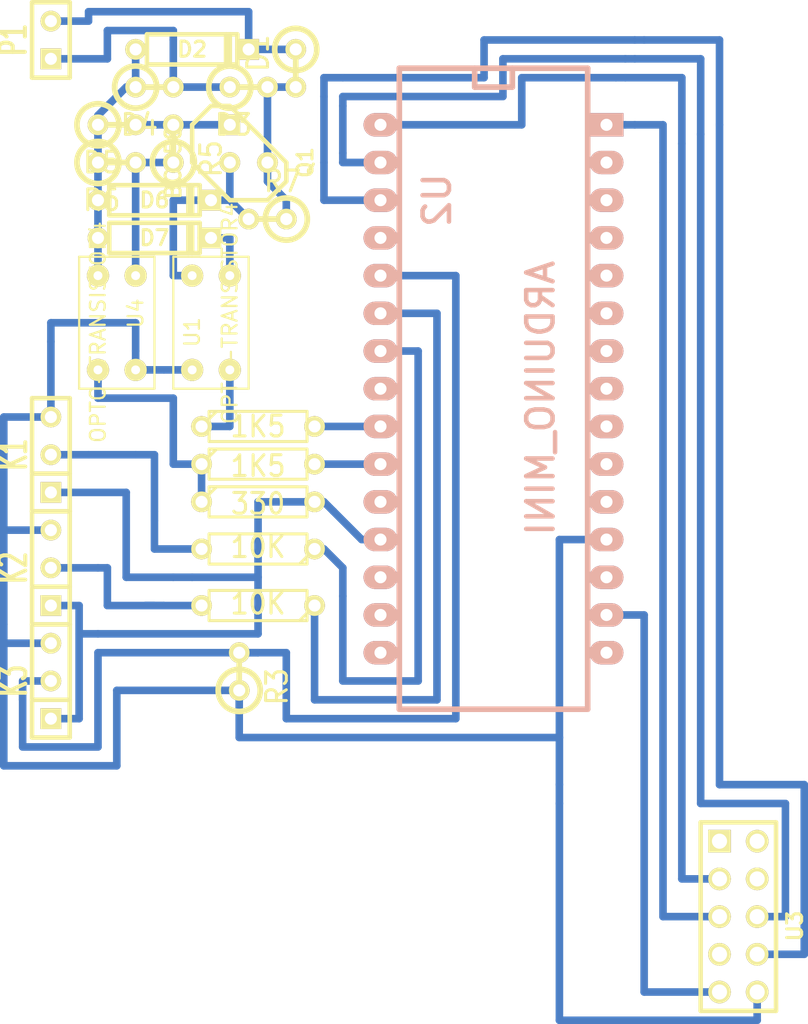
<source format=kicad_pcb>
(kicad_pcb (version 3) (host pcbnew "(2013-07-07 BZR 4022)-stable")

  (general
    (links 49)
    (no_connects 1)
    (area 99.66325 19.208045 161.696401 79.6036)
    (thickness 1.6)
    (drawings 0)
    (tracks 179)
    (zones 0)
    (modules 25)
    (nets 24)
  )

  (page A3)
  (layers
    (15 F.Cu signal)
    (0 B.Cu signal)
    (16 B.Adhes user hide)
    (17 F.Adhes user hide)
    (18 B.Paste user)
    (19 F.Paste user)
    (20 B.SilkS user)
    (21 F.SilkS user)
    (22 B.Mask user hide)
    (23 F.Mask user hide)
    (24 Dwgs.User user hide)
    (25 Cmts.User user)
    (26 Eco1.User user)
    (27 Eco2.User user)
    (28 Edge.Cuts user)
  )

  (setup
    (last_trace_width 0.512)
    (trace_clearance 0.254)
    (zone_clearance 0.508)
    (zone_45_only no)
    (trace_min 0.254)
    (segment_width 0.2)
    (edge_width 0.1)
    (via_size 1.8)
    (via_drill 0.635)
    (via_min_size 0.889)
    (via_min_drill 0.508)
    (uvia_size 0.508)
    (uvia_drill 0.127)
    (uvias_allowed no)
    (uvia_min_size 0.508)
    (uvia_min_drill 0.127)
    (pcb_text_width 0.3)
    (pcb_text_size 1.5 1.5)
    (mod_edge_width 0.15)
    (mod_text_size 1 1)
    (mod_text_width 0.15)
    (pad_size 1.5 1.5)
    (pad_drill 0.6)
    (pad_to_mask_clearance 0)
    (aux_axis_origin 0 0)
    (visible_elements 7FFFFF9F)
    (pcbplotparams
      (layerselection 3178497)
      (usegerberextensions true)
      (excludeedgelayer true)
      (linewidth 0.150000)
      (plotframeref false)
      (viasonmask false)
      (mode 1)
      (useauxorigin false)
      (hpglpennumber 1)
      (hpglpenspeed 20)
      (hpglpendiameter 15)
      (hpglpenoverlay 2)
      (psnegative false)
      (psa4output false)
      (plotreference true)
      (plotvalue true)
      (plotothertext true)
      (plotinvisibletext false)
      (padsonsilk false)
      (subtractmaskfromsilk false)
      (outputformat 1)
      (mirror false)
      (drillshape 1)
      (scaleselection 1)
      (outputdirectory ""))
  )

  (net 0 "")
  (net 1 GND)
  (net 2 LDHT1)
  (net 3 LDHT2)
  (net 4 LDS18B20)
  (net 5 LRX)
  (net 6 LTX)
  (net 7 N-0000010)
  (net 8 N-0000013)
  (net 9 N-0000016)
  (net 10 N-0000017)
  (net 11 N-0000018)
  (net 12 N-0000019)
  (net 13 N-000002)
  (net 14 N-0000020)
  (net 15 N-0000021)
  (net 16 N-0000022)
  (net 17 N-0000023)
  (net 18 N-000003)
  (net 19 N-000004)
  (net 20 N-000005)
  (net 21 N-000007)
  (net 22 N-000009)
  (net 23 VCC)

  (net_class Default "This is the default net class."
    (clearance 0.254)
    (trace_width 0.512)
    (via_dia 1.8)
    (via_drill 0.635)
    (uvia_dia 0.508)
    (uvia_drill 0.127)
    (add_net "")
    (add_net GND)
    (add_net LDHT1)
    (add_net LDHT2)
    (add_net LDS18B20)
    (add_net LRX)
    (add_net LTX)
    (add_net N-0000010)
    (add_net N-0000013)
    (add_net N-0000016)
    (add_net N-0000017)
    (add_net N-0000018)
    (add_net N-0000019)
    (add_net N-000002)
    (add_net N-0000020)
    (add_net N-0000021)
    (add_net N-0000022)
    (add_net N-0000023)
    (add_net N-000003)
    (add_net N-000004)
    (add_net N-000005)
    (add_net N-000007)
    (add_net N-000009)
    (add_net VCC)
  )

  (module SIL-3 (layer F.Cu) (tedit 200000) (tstamp 54DD0233)
    (at 103.505 52.705 90)
    (descr "Connecteur 3 pins")
    (tags "CONN DEV")
    (path /54DCBF76)
    (fp_text reference K1 (at 0 -2.54 90) (layer F.SilkS)
      (effects (font (size 1.7907 1.07696) (thickness 0.3048)))
    )
    (fp_text value DHT1 (at 0 -2.54 90) (layer F.SilkS) hide
      (effects (font (size 1.524 1.016) (thickness 0.3048)))
    )
    (fp_line (start -3.81 1.27) (end -3.81 -1.27) (layer F.SilkS) (width 0.3048))
    (fp_line (start -3.81 -1.27) (end 3.81 -1.27) (layer F.SilkS) (width 0.3048))
    (fp_line (start 3.81 -1.27) (end 3.81 1.27) (layer F.SilkS) (width 0.3048))
    (fp_line (start 3.81 1.27) (end -3.81 1.27) (layer F.SilkS) (width 0.3048))
    (fp_line (start -1.27 -1.27) (end -1.27 1.27) (layer F.SilkS) (width 0.3048))
    (pad 1 thru_hole rect (at -2.54 0 90) (size 1.397 1.397) (drill 0.8128)
      (layers *.Cu *.Mask F.SilkS)
      (net 1 GND)
    )
    (pad 2 thru_hole circle (at 0 0 90) (size 1.397 1.397) (drill 0.8128)
      (layers *.Cu *.Mask F.SilkS)
      (net 7 N-0000010)
    )
    (pad 3 thru_hole circle (at 2.54 0 90) (size 1.397 1.397) (drill 0.8128)
      (layers *.Cu *.Mask F.SilkS)
      (net 23 VCC)
    )
  )

  (module SIL-3 (layer F.Cu) (tedit 200000) (tstamp 54DD023F)
    (at 103.505 60.325 90)
    (descr "Connecteur 3 pins")
    (tags "CONN DEV")
    (path /54DCBF93)
    (fp_text reference K2 (at 0 -2.54 90) (layer F.SilkS)
      (effects (font (size 1.7907 1.07696) (thickness 0.3048)))
    )
    (fp_text value DHT2 (at 0 -2.54 90) (layer F.SilkS) hide
      (effects (font (size 1.524 1.016) (thickness 0.3048)))
    )
    (fp_line (start -3.81 1.27) (end -3.81 -1.27) (layer F.SilkS) (width 0.3048))
    (fp_line (start -3.81 -1.27) (end 3.81 -1.27) (layer F.SilkS) (width 0.3048))
    (fp_line (start 3.81 -1.27) (end 3.81 1.27) (layer F.SilkS) (width 0.3048))
    (fp_line (start 3.81 1.27) (end -3.81 1.27) (layer F.SilkS) (width 0.3048))
    (fp_line (start -1.27 -1.27) (end -1.27 1.27) (layer F.SilkS) (width 0.3048))
    (pad 1 thru_hole rect (at -2.54 0 90) (size 1.397 1.397) (drill 0.8128)
      (layers *.Cu *.Mask F.SilkS)
      (net 1 GND)
    )
    (pad 2 thru_hole circle (at 0 0 90) (size 1.397 1.397) (drill 0.8128)
      (layers *.Cu *.Mask F.SilkS)
      (net 8 N-0000013)
    )
    (pad 3 thru_hole circle (at 2.54 0 90) (size 1.397 1.397) (drill 0.8128)
      (layers *.Cu *.Mask F.SilkS)
      (net 23 VCC)
    )
  )

  (module SIL-3 (layer F.Cu) (tedit 200000) (tstamp 54DD024B)
    (at 103.505 67.945 90)
    (descr "Connecteur 3 pins")
    (tags "CONN DEV")
    (path /54DCBFAE)
    (fp_text reference K3 (at 0 -2.54 90) (layer F.SilkS)
      (effects (font (size 1.7907 1.07696) (thickness 0.3048)))
    )
    (fp_text value DS18B20 (at 0 -2.54 90) (layer F.SilkS) hide
      (effects (font (size 1.524 1.016) (thickness 0.3048)))
    )
    (fp_line (start -3.81 1.27) (end -3.81 -1.27) (layer F.SilkS) (width 0.3048))
    (fp_line (start -3.81 -1.27) (end 3.81 -1.27) (layer F.SilkS) (width 0.3048))
    (fp_line (start 3.81 -1.27) (end 3.81 1.27) (layer F.SilkS) (width 0.3048))
    (fp_line (start 3.81 1.27) (end -3.81 1.27) (layer F.SilkS) (width 0.3048))
    (fp_line (start -1.27 -1.27) (end -1.27 1.27) (layer F.SilkS) (width 0.3048))
    (pad 1 thru_hole rect (at -2.54 0 90) (size 1.397 1.397) (drill 0.8128)
      (layers *.Cu *.Mask F.SilkS)
      (net 1 GND)
    )
    (pad 2 thru_hole circle (at 0 0 90) (size 1.397 1.397) (drill 0.8128)
      (layers *.Cu *.Mask F.SilkS)
      (net 4 LDS18B20)
    )
    (pad 3 thru_hole circle (at 2.54 0 90) (size 1.397 1.397) (drill 0.8128)
      (layers *.Cu *.Mask F.SilkS)
      (net 23 VCC)
    )
  )

  (module SIL-2 (layer F.Cu) (tedit 200000) (tstamp 5516E1EE)
    (at 103.505 24.765 90)
    (descr "Connecteurs 2 pins")
    (tags "CONN DEV")
    (path /54DCC0AE)
    (fp_text reference P1 (at 0 -2.54 90) (layer F.SilkS)
      (effects (font (size 1.72974 1.08712) (thickness 0.3048)))
    )
    (fp_text value TOBOILER (at 0 -2.54 90) (layer F.SilkS) hide
      (effects (font (size 1.524 1.016) (thickness 0.3048)))
    )
    (fp_line (start -2.54 1.27) (end -2.54 -1.27) (layer F.SilkS) (width 0.3048))
    (fp_line (start -2.54 -1.27) (end 2.54 -1.27) (layer F.SilkS) (width 0.3048))
    (fp_line (start 2.54 -1.27) (end 2.54 1.27) (layer F.SilkS) (width 0.3048))
    (fp_line (start 2.54 1.27) (end -2.54 1.27) (layer F.SilkS) (width 0.3048))
    (pad 1 thru_hole rect (at -1.27 0 90) (size 1.397 1.397) (drill 0.8128)
      (layers *.Cu *.Mask F.SilkS)
      (net 12 N-0000019)
    )
    (pad 2 thru_hole circle (at 1.27 0 90) (size 1.397 1.397) (drill 0.8128)
      (layers *.Cu *.Mask F.SilkS)
      (net 22 N-000009)
    )
  )

  (module D3 (layer F.Cu) (tedit 54F6DC91) (tstamp 5516E1FF)
    (at 113.03 25.4)
    (descr "Diode 3 pas")
    (tags "DIODE DEV")
    (path /54DCC12E)
    (fp_text reference D2 (at 0 0) (layer F.SilkS)
      (effects (font (size 1.016 1.016) (thickness 0.2032)))
    )
    (fp_text value DIODE (at -0.254 0) (layer F.SilkS) hide
      (effects (font (size 1.016 1.016) (thickness 0.2032)))
    )
    (fp_line (start 3.81 0) (end 3.048 0) (layer F.SilkS) (width 0.3048))
    (fp_line (start 3.048 0) (end 3.048 -1.016) (layer F.SilkS) (width 0.3048))
    (fp_line (start 3.048 -1.016) (end -3.048 -1.016) (layer F.SilkS) (width 0.3048))
    (fp_line (start -3.048 -1.016) (end -3.048 0) (layer F.SilkS) (width 0.3048))
    (fp_line (start -3.048 0) (end -3.81 0) (layer F.SilkS) (width 0.3048))
    (fp_line (start -3.048 0) (end -3.048 1.016) (layer F.SilkS) (width 0.3048))
    (fp_line (start -3.048 1.016) (end 3.048 1.016) (layer F.SilkS) (width 0.3048))
    (fp_line (start 3.048 1.016) (end 3.048 0) (layer F.SilkS) (width 0.3048))
    (fp_line (start 2.54 -1.016) (end 2.54 1.016) (layer F.SilkS) (width 0.3048))
    (fp_line (start 2.286 1.016) (end 2.286 -1.016) (layer F.SilkS) (width 0.3048))
    (pad 2 thru_hole rect (at 3.81 0) (size 1.397 1.397) (drill 0.8128)
      (layers *.Cu *.Mask F.SilkS)
      (net 22 N-000009)
    )
    (pad 1 thru_hole circle (at -3.81 0) (size 1.397 1.397) (drill 0.8128)
      (layers *.Cu *.Mask F.SilkS)
      (net 16 N-0000022)
    )
    (model discret/diode.wrl
      (at (xyz 0 0 0))
      (scale (xyz 0.3 0.3 0.3))
      (rotate (xyz 0 0 0))
    )
  )

  (module arduino_mini (layer B.Cu) (tedit 507C2E55) (tstamp 54DD02E6)
    (at 133.35 49.53 270)
    (descr "30 pins DIL package, elliptical pads, width 600mil (arduino mini)")
    (tags "DIL arduino mini")
    (path /54DCF16D)
    (fp_text reference U2 (at -13.97 3.81 270) (layer B.SilkS)
      (effects (font (size 1.778 1.778) (thickness 0.3048)) (justify mirror))
    )
    (fp_text value ARDUINO_MINI (at -0.635 -3.175 270) (layer B.SilkS)
      (effects (font (size 1.778 1.778) (thickness 0.3048)) (justify mirror))
    )
    (fp_line (start -22.86 6.35) (end 20.32 6.35) (layer B.SilkS) (width 0.381))
    (fp_line (start 20.32 6.35) (end 20.32 -6.35) (layer B.SilkS) (width 0.381))
    (fp_line (start 20.32 -6.35) (end -22.86 -6.35) (layer B.SilkS) (width 0.381))
    (fp_line (start -22.86 -6.35) (end -22.86 6.35) (layer B.SilkS) (width 0.381))
    (fp_line (start -22.86 -1.27) (end -21.59 -1.27) (layer B.SilkS) (width 0.381))
    (fp_line (start -21.59 -1.27) (end -21.59 1.27) (layer B.SilkS) (width 0.381))
    (fp_line (start -21.59 1.27) (end -22.86 1.27) (layer B.SilkS) (width 0.381))
    (pad 1 thru_hole rect (at -19.05 -7.62 270) (size 1.5748 2.286) (drill 0.8128)
      (layers *.Cu *.Mask B.SilkS)
      (net 20 N-000005)
    )
    (pad 2 thru_hole oval (at -16.51 -7.62 270) (size 1.5748 2.286) (drill 0.8128)
      (layers *.Cu *.Mask B.SilkS)
    )
    (pad 3 thru_hole oval (at -13.97 -7.62 270) (size 1.5748 2.286) (drill 0.8128)
      (layers *.Cu *.Mask B.SilkS)
    )
    (pad 4 thru_hole oval (at -11.43 -7.62 270) (size 1.5748 2.286) (drill 0.8128)
      (layers *.Cu *.Mask B.SilkS)
    )
    (pad 5 thru_hole oval (at -8.89 -7.62 270) (size 1.5748 2.286) (drill 0.8128)
      (layers *.Cu *.Mask B.SilkS)
    )
    (pad 6 thru_hole oval (at -6.35 -7.62 270) (size 1.5748 2.286) (drill 0.8128)
      (layers *.Cu *.Mask B.SilkS)
    )
    (pad 7 thru_hole oval (at -3.81 -7.62 270) (size 1.5748 2.286) (drill 0.8128)
      (layers *.Cu *.Mask B.SilkS)
    )
    (pad 8 thru_hole oval (at -1.27 -7.62 270) (size 1.5748 2.286) (drill 0.8128)
      (layers *.Cu *.Mask B.SilkS)
    )
    (pad 9 thru_hole oval (at 1.27 -7.62 270) (size 1.5748 2.286) (drill 0.8128)
      (layers *.Cu *.Mask B.SilkS)
    )
    (pad 10 thru_hole oval (at 3.81 -7.62 270) (size 1.5748 2.286) (drill 0.8128)
      (layers *.Cu *.Mask B.SilkS)
    )
    (pad 11 thru_hole oval (at 6.35 -7.62 270) (size 1.5748 2.286) (drill 0.8128)
      (layers *.Cu *.Mask B.SilkS)
    )
    (pad 12 thru_hole oval (at 8.89 -7.62 270) (size 1.5748 2.286) (drill 0.8128)
      (layers *.Cu *.Mask B.SilkS)
      (net 23 VCC)
    )
    (pad 13 thru_hole oval (at 11.43 -7.62 270) (size 1.5748 2.286) (drill 0.8128)
      (layers *.Cu *.Mask B.SilkS)
    )
    (pad 14 thru_hole oval (at 13.97 -7.62 270) (size 1.5748 2.286) (drill 0.8128)
      (layers *.Cu *.Mask B.SilkS)
      (net 1 GND)
    )
    (pad 15 thru_hole oval (at 16.51 -7.62 270) (size 1.5748 2.286) (drill 0.8128)
      (layers *.Cu *.Mask B.SilkS)
    )
    (pad 16 thru_hole oval (at 16.51 7.62 270) (size 1.5748 2.286) (drill 0.8128)
      (layers *.Cu *.Mask B.SilkS)
    )
    (pad 17 thru_hole oval (at 13.97 7.62 270) (size 1.5748 2.286) (drill 0.8128)
      (layers *.Cu *.Mask B.SilkS)
    )
    (pad 18 thru_hole oval (at 11.43 7.62 270) (size 1.5748 2.286) (drill 0.8128)
      (layers *.Cu *.Mask B.SilkS)
    )
    (pad 19 thru_hole oval (at 8.89 7.62 270) (size 1.5748 2.286) (drill 0.8128)
      (layers *.Cu *.Mask B.SilkS)
      (net 1 GND)
    )
    (pad 20 thru_hole oval (at 6.35 7.62 270) (size 1.5748 2.286) (drill 0.8128)
      (layers *.Cu *.Mask B.SilkS)
    )
    (pad 21 thru_hole oval (at 3.81 7.62 270) (size 1.5748 2.286) (drill 0.8128)
      (layers *.Cu *.Mask B.SilkS)
      (net 5 LRX)
    )
    (pad 22 thru_hole oval (at 1.27 7.62 270) (size 1.5748 2.286) (drill 0.8128)
      (layers *.Cu *.Mask B.SilkS)
      (net 6 LTX)
    )
    (pad 23 thru_hole oval (at -1.27 7.62 270) (size 1.5748 2.286) (drill 0.8128)
      (layers *.Cu *.Mask B.SilkS)
    )
    (pad 24 thru_hole oval (at -3.81 7.62 270) (size 1.5748 2.286) (drill 0.8128)
      (layers *.Cu *.Mask B.SilkS)
      (net 2 LDHT1)
    )
    (pad 25 thru_hole oval (at -6.35 7.62 270) (size 1.5748 2.286) (drill 0.8128)
      (layers *.Cu *.Mask B.SilkS)
      (net 3 LDHT2)
    )
    (pad 26 thru_hole oval (at -8.89 7.62 270) (size 1.5748 2.286) (drill 0.8128)
      (layers *.Cu *.Mask B.SilkS)
      (net 4 LDS18B20)
    )
    (pad 27 thru_hole oval (at -11.43 7.62 270) (size 1.5748 2.286) (drill 0.8128)
      (layers *.Cu *.Mask B.SilkS)
    )
    (pad 28 thru_hole oval (at -13.97 7.62 270) (size 1.5748 2.286) (drill 0.8128)
      (layers *.Cu *.Mask B.SilkS)
      (net 13 N-000002)
    )
    (pad 29 thru_hole oval (at -16.51 7.62 270) (size 1.5748 2.286) (drill 0.8128)
      (layers *.Cu *.Mask B.SilkS)
      (net 18 N-000003)
    )
    (pad 30 thru_hole oval (at -19.05 7.62 270) (size 1.5748 2.286) (drill 0.8128)
      (layers *.Cu *.Mask B.SilkS)
      (net 19 N-000004)
    )
    (model arduino_nano.wrl
      (at (xyz -0.978 -0.385 0))
      (scale (xyz 0.3937 0.3937 0.3937))
      (rotate (xyz 0 0 0))
    )
  )

  (module PIN_ARRAY_5x2 (layer F.Cu) (tedit 3FCF2109) (tstamp 5515B4DF)
    (at 149.86 83.82 270)
    (descr "Double rangee de contacts 2 x 5 pins")
    (tags CONN)
    (path /54DD0F36)
    (fp_text reference U3 (at 0.635 -3.81 270) (layer F.SilkS)
      (effects (font (size 1.016 1.016) (thickness 0.2032)))
    )
    (fp_text value ENC28J60 (at 0 -3.81 270) (layer F.SilkS) hide
      (effects (font (size 1.016 1.016) (thickness 0.2032)))
    )
    (fp_line (start -6.35 -2.54) (end 6.35 -2.54) (layer F.SilkS) (width 0.3048))
    (fp_line (start 6.35 -2.54) (end 6.35 2.54) (layer F.SilkS) (width 0.3048))
    (fp_line (start 6.35 2.54) (end -6.35 2.54) (layer F.SilkS) (width 0.3048))
    (fp_line (start -6.35 2.54) (end -6.35 -2.54) (layer F.SilkS) (width 0.3048))
    (pad 1 thru_hole rect (at -5.08 1.27 270) (size 1.524 1.524) (drill 1.016)
      (layers *.Cu *.Mask F.SilkS)
    )
    (pad 2 thru_hole circle (at -5.08 -1.27 270) (size 1.524 1.524) (drill 1.016)
      (layers *.Cu *.Mask F.SilkS)
    )
    (pad 3 thru_hole circle (at -2.54 1.27 270) (size 1.524 1.524) (drill 1.016)
      (layers *.Cu *.Mask F.SilkS)
      (net 19 N-000004)
    )
    (pad 4 thru_hole circle (at -2.54 -1.27 270) (size 1.524 1.524) (drill 1.016)
      (layers *.Cu *.Mask F.SilkS)
    )
    (pad 5 thru_hole circle (at 0 1.27 270) (size 1.524 1.524) (drill 1.016)
      (layers *.Cu *.Mask F.SilkS)
      (net 20 N-000005)
    )
    (pad 6 thru_hole circle (at 0 -1.27 270) (size 1.524 1.524) (drill 1.016)
      (layers *.Cu *.Mask F.SilkS)
      (net 18 N-000003)
    )
    (pad 7 thru_hole circle (at 2.54 1.27 270) (size 1.524 1.524) (drill 1.016)
      (layers *.Cu *.Mask F.SilkS)
    )
    (pad 8 thru_hole circle (at 2.54 -1.27 270) (size 1.524 1.524) (drill 1.016)
      (layers *.Cu *.Mask F.SilkS)
      (net 13 N-000002)
    )
    (pad 9 thru_hole circle (at 5.08 1.27 270) (size 1.524 1.524) (drill 1.016)
      (layers *.Cu *.Mask F.SilkS)
      (net 1 GND)
    )
    (pad 10 thru_hole circle (at 5.08 -1.27 270) (size 1.524 1.524) (drill 1.016)
      (layers *.Cu *.Mask F.SilkS)
      (net 23 VCC)
    )
    (model pin_array/pins_array_5x2.wrl
      (at (xyz 0 0 0))
      (scale (xyz 1 1 1))
      (rotate (xyz 0 0 0))
    )
  )

  (module TO92 (layer F.Cu) (tedit 443CFFD1) (tstamp 54F6D8A5)
    (at 116.84 31.75 90)
    (descr "Transistor TO92 brochage type BC237")
    (tags "TR TO92")
    (path /54F6D461)
    (fp_text reference Q1 (at -1.27 3.81 90) (layer F.SilkS)
      (effects (font (size 1.016 1.016) (thickness 0.2032)))
    )
    (fp_text value BC558 (at -1.27 -5.08 90) (layer F.SilkS)
      (effects (font (size 1.016 1.016) (thickness 0.2032)))
    )
    (fp_line (start -1.27 2.54) (end 2.54 -1.27) (layer F.SilkS) (width 0.3048))
    (fp_line (start 2.54 -1.27) (end 2.54 -2.54) (layer F.SilkS) (width 0.3048))
    (fp_line (start 2.54 -2.54) (end 1.27 -3.81) (layer F.SilkS) (width 0.3048))
    (fp_line (start 1.27 -3.81) (end -1.27 -3.81) (layer F.SilkS) (width 0.3048))
    (fp_line (start -1.27 -3.81) (end -3.81 -1.27) (layer F.SilkS) (width 0.3048))
    (fp_line (start -3.81 -1.27) (end -3.81 1.27) (layer F.SilkS) (width 0.3048))
    (fp_line (start -3.81 1.27) (end -2.54 2.54) (layer F.SilkS) (width 0.3048))
    (fp_line (start -2.54 2.54) (end -1.27 2.54) (layer F.SilkS) (width 0.3048))
    (pad 1 thru_hole rect (at 1.27 -1.27 90) (size 1.397 1.397) (drill 0.8128)
      (layers *.Cu *.Mask F.SilkS)
      (net 15 N-0000021)
    )
    (pad 2 thru_hole circle (at -1.27 -1.27 90) (size 1.397 1.397) (drill 0.8128)
      (layers *.Cu *.Mask F.SilkS)
      (net 17 N-0000023)
    )
    (pad 3 thru_hole circle (at -1.27 1.27 90) (size 1.397 1.397) (drill 0.8128)
      (layers *.Cu *.Mask F.SilkS)
      (net 14 N-0000020)
    )
    (model discret/to98.wrl
      (at (xyz 0 0 0))
      (scale (xyz 1 1 1))
      (rotate (xyz 0 0 0))
    )
  )

  (module D3 (layer F.Cu) (tedit 200000) (tstamp 54F6D917)
    (at 110.49 35.56)
    (descr "Diode 3 pas")
    (tags "DIODE DEV")
    (path /54F6D772)
    (fp_text reference D6 (at 0 0) (layer F.SilkS)
      (effects (font (size 1.016 1.016) (thickness 0.2032)))
    )
    (fp_text value 15V (at 0 0) (layer F.SilkS) hide
      (effects (font (size 1.016 1.016) (thickness 0.2032)))
    )
    (fp_line (start 3.81 0) (end 3.048 0) (layer F.SilkS) (width 0.3048))
    (fp_line (start 3.048 0) (end 3.048 -1.016) (layer F.SilkS) (width 0.3048))
    (fp_line (start 3.048 -1.016) (end -3.048 -1.016) (layer F.SilkS) (width 0.3048))
    (fp_line (start -3.048 -1.016) (end -3.048 0) (layer F.SilkS) (width 0.3048))
    (fp_line (start -3.048 0) (end -3.81 0) (layer F.SilkS) (width 0.3048))
    (fp_line (start -3.048 0) (end -3.048 1.016) (layer F.SilkS) (width 0.3048))
    (fp_line (start -3.048 1.016) (end 3.048 1.016) (layer F.SilkS) (width 0.3048))
    (fp_line (start 3.048 1.016) (end 3.048 0) (layer F.SilkS) (width 0.3048))
    (fp_line (start 2.54 -1.016) (end 2.54 1.016) (layer F.SilkS) (width 0.3048))
    (fp_line (start 2.286 1.016) (end 2.286 -1.016) (layer F.SilkS) (width 0.3048))
    (pad 2 thru_hole rect (at 3.81 0) (size 1.397 1.397) (drill 0.8128)
      (layers *.Cu *.Mask F.SilkS)
      (net 17 N-0000023)
    )
    (pad 1 thru_hole circle (at -3.81 0) (size 1.397 1.397) (drill 0.8128)
      (layers *.Cu *.Mask F.SilkS)
      (net 16 N-0000022)
    )
    (model discret/diode.wrl
      (at (xyz 0 0 0))
      (scale (xyz 0.3 0.3 0.3))
      (rotate (xyz 0 0 0))
    )
  )

  (module D3 (layer F.Cu) (tedit 200000) (tstamp 54F6D927)
    (at 110.49 38.1)
    (descr "Diode 3 pas")
    (tags "DIODE DEV")
    (path /54F6D928)
    (fp_text reference D7 (at 0 0) (layer F.SilkS)
      (effects (font (size 1.016 1.016) (thickness 0.2032)))
    )
    (fp_text value 4v3 (at 0 0) (layer F.SilkS) hide
      (effects (font (size 1.016 1.016) (thickness 0.2032)))
    )
    (fp_line (start 3.81 0) (end 3.048 0) (layer F.SilkS) (width 0.3048))
    (fp_line (start 3.048 0) (end 3.048 -1.016) (layer F.SilkS) (width 0.3048))
    (fp_line (start 3.048 -1.016) (end -3.048 -1.016) (layer F.SilkS) (width 0.3048))
    (fp_line (start -3.048 -1.016) (end -3.048 0) (layer F.SilkS) (width 0.3048))
    (fp_line (start -3.048 0) (end -3.81 0) (layer F.SilkS) (width 0.3048))
    (fp_line (start -3.048 0) (end -3.048 1.016) (layer F.SilkS) (width 0.3048))
    (fp_line (start -3.048 1.016) (end 3.048 1.016) (layer F.SilkS) (width 0.3048))
    (fp_line (start 3.048 1.016) (end 3.048 0) (layer F.SilkS) (width 0.3048))
    (fp_line (start 2.54 -1.016) (end 2.54 1.016) (layer F.SilkS) (width 0.3048))
    (fp_line (start 2.286 1.016) (end 2.286 -1.016) (layer F.SilkS) (width 0.3048))
    (pad 2 thru_hole rect (at 3.81 0) (size 1.397 1.397) (drill 0.8128)
      (layers *.Cu *.Mask F.SilkS)
      (net 11 N-0000018)
    )
    (pad 1 thru_hole circle (at -3.81 0) (size 1.397 1.397) (drill 0.8128)
      (layers *.Cu *.Mask F.SilkS)
      (net 16 N-0000022)
    )
    (model discret/diode.wrl
      (at (xyz 0 0 0))
      (scale (xyz 0.3 0.3 0.3))
      (rotate (xyz 0 0 0))
    )
  )

  (module R3 (layer F.Cu) (tedit 4E4C0E65) (tstamp 54DD0200)
    (at 117.475 55.88)
    (descr "Resitance 3 pas")
    (tags R)
    (path /54DCC2FC)
    (autoplace_cost180 10)
    (fp_text reference R4 (at 0 0.127) (layer F.SilkS) hide
      (effects (font (size 1.397 1.27) (thickness 0.2032)))
    )
    (fp_text value 330 (at 0 0.127) (layer F.SilkS)
      (effects (font (size 1.397 1.27) (thickness 0.2032)))
    )
    (fp_line (start -3.81 0) (end -3.302 0) (layer F.SilkS) (width 0.2032))
    (fp_line (start 3.81 0) (end 3.302 0) (layer F.SilkS) (width 0.2032))
    (fp_line (start 3.302 0) (end 3.302 -1.016) (layer F.SilkS) (width 0.2032))
    (fp_line (start 3.302 -1.016) (end -3.302 -1.016) (layer F.SilkS) (width 0.2032))
    (fp_line (start -3.302 -1.016) (end -3.302 1.016) (layer F.SilkS) (width 0.2032))
    (fp_line (start -3.302 1.016) (end 3.302 1.016) (layer F.SilkS) (width 0.2032))
    (fp_line (start 3.302 1.016) (end 3.302 0) (layer F.SilkS) (width 0.2032))
    (fp_line (start -3.302 -0.508) (end -2.794 -1.016) (layer F.SilkS) (width 0.2032))
    (pad 1 thru_hole circle (at -3.81 0) (size 1.397 1.397) (drill 0.8128)
      (layers *.Cu *.Mask F.SilkS)
      (net 9 N-0000016)
    )
    (pad 2 thru_hole circle (at 3.81 0) (size 1.397 1.397) (drill 0.8128)
      (layers *.Cu *.Mask F.SilkS)
      (net 1 GND)
    )
    (model discret/resistor.wrl
      (at (xyz 0 0 0))
      (scale (xyz 0.3 0.3 0.3))
      (rotate (xyz 0 0 0))
    )
  )

  (module R1 (layer F.Cu) (tedit 200000) (tstamp 54F6D8B3)
    (at 118.11 36.83 180)
    (descr "Resistance verticale")
    (tags R)
    (path /54F6D454)
    (autoplace_cost90 10)
    (autoplace_cost180 10)
    (fp_text reference R7 (at -1.016 2.54 180) (layer F.SilkS)
      (effects (font (size 1.397 1.27) (thickness 0.2032)))
    )
    (fp_text value 330 (at -1.143 2.54 180) (layer F.SilkS) hide
      (effects (font (size 1.397 1.27) (thickness 0.2032)))
    )
    (fp_line (start -1.27 0) (end 1.27 0) (layer F.SilkS) (width 0.381))
    (fp_circle (center -1.27 0) (end -0.635 1.27) (layer F.SilkS) (width 0.381))
    (pad 1 thru_hole circle (at -1.27 0 180) (size 1.397 1.397) (drill 0.8128)
      (layers *.Cu *.Mask F.SilkS)
      (net 14 N-0000020)
    )
    (pad 2 thru_hole circle (at 1.27 0 180) (size 1.397 1.397) (drill 0.8128)
      (layers *.Cu *.Mask F.SilkS)
      (net 17 N-0000023)
    )
    (model discret/verti_resistor.wrl
      (at (xyz 0 0 0))
      (scale (xyz 1 1 1))
      (rotate (xyz 0 0 0))
    )
  )

  (module R1 (layer F.Cu) (tedit 200000) (tstamp 54F6D8C1)
    (at 111.76 31.75 90)
    (descr "Resistance verticale")
    (tags R)
    (path /54F6D549)
    (autoplace_cost90 10)
    (autoplace_cost180 10)
    (fp_text reference R5 (at -1.016 2.54 90) (layer F.SilkS)
      (effects (font (size 1.397 1.27) (thickness 0.2032)))
    )
    (fp_text value 200 (at -1.143 2.54 90) (layer F.SilkS) hide
      (effects (font (size 1.397 1.27) (thickness 0.2032)))
    )
    (fp_line (start -1.27 0) (end 1.27 0) (layer F.SilkS) (width 0.381))
    (fp_circle (center -1.27 0) (end -0.635 1.27) (layer F.SilkS) (width 0.381))
    (pad 1 thru_hole circle (at -1.27 0 90) (size 1.397 1.397) (drill 0.8128)
      (layers *.Cu *.Mask F.SilkS)
      (net 10 N-0000017)
    )
    (pad 2 thru_hole circle (at 1.27 0 90) (size 1.397 1.397) (drill 0.8128)
      (layers *.Cu *.Mask F.SilkS)
      (net 15 N-0000021)
    )
    (model discret/verti_resistor.wrl
      (at (xyz 0 0 0))
      (scale (xyz 1 1 1))
      (rotate (xyz 0 0 0))
    )
  )

  (module R1 (layer F.Cu) (tedit 200000) (tstamp 54DD028D)
    (at 120.015 26.67 270)
    (descr "Resistance verticale")
    (tags R)
    (path /54DCC0DA)
    (autoplace_cost90 10)
    (autoplace_cost180 10)
    (fp_text reference D1 (at -1.016 2.54 270) (layer F.SilkS)
      (effects (font (size 1.397 1.27) (thickness 0.2032)))
    )
    (fp_text value DIODE (at -1.143 2.54 270) (layer F.SilkS) hide
      (effects (font (size 1.397 1.27) (thickness 0.2032)))
    )
    (fp_line (start -1.27 0) (end 1.27 0) (layer F.SilkS) (width 0.381))
    (fp_circle (center -1.27 0) (end -0.635 1.27) (layer F.SilkS) (width 0.381))
    (pad 1 thru_hole circle (at -1.27 0 270) (size 1.397 1.397) (drill 0.8128)
      (layers *.Cu *.Mask F.SilkS)
      (net 22 N-000009)
    )
    (pad 2 thru_hole circle (at 1.27 0 270) (size 1.397 1.397) (drill 0.8128)
      (layers *.Cu *.Mask F.SilkS)
      (net 14 N-0000020)
    )
    (model discret/verti_resistor.wrl
      (at (xyz 0 0 0))
      (scale (xyz 1 1 1))
      (rotate (xyz 0 0 0))
    )
  )

  (module R1 (layer F.Cu) (tedit 200000) (tstamp 54DD029D)
    (at 116.84 27.94)
    (descr "Resistance verticale")
    (tags R)
    (path /54DCC11F)
    (autoplace_cost90 10)
    (autoplace_cost180 10)
    (fp_text reference D3 (at -1.016 2.54) (layer F.SilkS)
      (effects (font (size 1.397 1.27) (thickness 0.2032)))
    )
    (fp_text value DIODE (at -1.143 2.54) (layer F.SilkS) hide
      (effects (font (size 1.397 1.27) (thickness 0.2032)))
    )
    (fp_line (start -1.27 0) (end 1.27 0) (layer F.SilkS) (width 0.381))
    (fp_circle (center -1.27 0) (end -0.635 1.27) (layer F.SilkS) (width 0.381))
    (pad 1 thru_hole circle (at -1.27 0) (size 1.397 1.397) (drill 0.8128)
      (layers *.Cu *.Mask F.SilkS)
      (net 12 N-0000019)
    )
    (pad 2 thru_hole circle (at 1.27 0) (size 1.397 1.397) (drill 0.8128)
      (layers *.Cu *.Mask F.SilkS)
      (net 14 N-0000020)
    )
    (model discret/verti_resistor.wrl
      (at (xyz 0 0 0))
      (scale (xyz 1 1 1))
      (rotate (xyz 0 0 0))
    )
  )

  (module R1 (layer F.Cu) (tedit 200000) (tstamp 54DD02BD)
    (at 110.49 27.94)
    (descr "Resistance verticale")
    (tags R)
    (path /54DCC13D)
    (autoplace_cost90 10)
    (autoplace_cost180 10)
    (fp_text reference D4 (at -1.016 2.54) (layer F.SilkS)
      (effects (font (size 1.397 1.27) (thickness 0.2032)))
    )
    (fp_text value DIODE (at -1.143 2.54) (layer F.SilkS) hide
      (effects (font (size 1.397 1.27) (thickness 0.2032)))
    )
    (fp_line (start -1.27 0) (end 1.27 0) (layer F.SilkS) (width 0.381))
    (fp_circle (center -1.27 0) (end -0.635 1.27) (layer F.SilkS) (width 0.381))
    (pad 1 thru_hole circle (at -1.27 0) (size 1.397 1.397) (drill 0.8128)
      (layers *.Cu *.Mask F.SilkS)
      (net 16 N-0000022)
    )
    (pad 2 thru_hole circle (at 1.27 0) (size 1.397 1.397) (drill 0.8128)
      (layers *.Cu *.Mask F.SilkS)
      (net 12 N-0000019)
    )
    (model discret/verti_resistor.wrl
      (at (xyz 0 0 0))
      (scale (xyz 1 1 1))
      (rotate (xyz 0 0 0))
    )
  )

  (module R1 (layer F.Cu) (tedit 200000) (tstamp 54F6D8CF)
    (at 107.95 33.02)
    (descr "Resistance verticale")
    (tags R)
    (path /54F6D56D)
    (autoplace_cost90 10)
    (autoplace_cost180 10)
    (fp_text reference R6 (at -1.016 2.54) (layer F.SilkS)
      (effects (font (size 1.397 1.27) (thickness 0.2032)))
    )
    (fp_text value 100 (at -1.143 2.54) (layer F.SilkS) hide
      (effects (font (size 1.397 1.27) (thickness 0.2032)))
    )
    (fp_line (start -1.27 0) (end 1.27 0) (layer F.SilkS) (width 0.381))
    (fp_circle (center -1.27 0) (end -0.635 1.27) (layer F.SilkS) (width 0.381))
    (pad 1 thru_hole circle (at -1.27 0) (size 1.397 1.397) (drill 0.8128)
      (layers *.Cu *.Mask F.SilkS)
      (net 16 N-0000022)
    )
    (pad 2 thru_hole circle (at 1.27 0) (size 1.397 1.397) (drill 0.8128)
      (layers *.Cu *.Mask F.SilkS)
      (net 10 N-0000017)
    )
    (model discret/verti_resistor.wrl
      (at (xyz 0 0 0))
      (scale (xyz 1 1 1))
      (rotate (xyz 0 0 0))
    )
  )

  (module R1 (layer F.Cu) (tedit 200000) (tstamp 54F6D907)
    (at 107.95 30.48)
    (descr "Resistance verticale")
    (tags R)
    (path /54F6D68D)
    (autoplace_cost90 10)
    (autoplace_cost180 10)
    (fp_text reference D5 (at -1.016 2.54) (layer F.SilkS)
      (effects (font (size 1.397 1.27) (thickness 0.2032)))
    )
    (fp_text value 4v7 (at -1.143 2.54) (layer F.SilkS) hide
      (effects (font (size 1.397 1.27) (thickness 0.2032)))
    )
    (fp_line (start -1.27 0) (end 1.27 0) (layer F.SilkS) (width 0.381))
    (fp_circle (center -1.27 0) (end -0.635 1.27) (layer F.SilkS) (width 0.381))
    (pad 1 thru_hole circle (at -1.27 0) (size 1.397 1.397) (drill 0.8128)
      (layers *.Cu *.Mask F.SilkS)
      (net 16 N-0000022)
    )
    (pad 2 thru_hole circle (at 1.27 0) (size 1.397 1.397) (drill 0.8128)
      (layers *.Cu *.Mask F.SilkS)
      (net 15 N-0000021)
    )
    (model discret/verti_resistor.wrl
      (at (xyz 0 0 0))
      (scale (xyz 1 1 1))
      (rotate (xyz 0 0 0))
    )
  )

  (module PC817 (layer F.Cu) (tedit 54F8BECF) (tstamp 54F8BF3D)
    (at 114.3 43.18 90)
    (path /54DCC254)
    (fp_text reference U1 (at -1.27 -1.27 90) (layer F.SilkS)
      (effects (font (size 1 1) (thickness 0.15)))
    )
    (fp_text value OPTO-TRANSISTOR4 (at 0 1.27 90) (layer F.SilkS)
      (effects (font (size 1 1) (thickness 0.15)))
    )
    (fp_line (start -5.08 2.54) (end 3.81 2.54) (layer F.SilkS) (width 0.15))
    (fp_line (start -5.08 -2.54) (end 3.81 -2.54) (layer F.SilkS) (width 0.15))
    (fp_line (start 3.81 -2.54) (end 3.81 2.54) (layer F.SilkS) (width 0.15))
    (fp_line (start -5.08 2.54) (end -5.08 -2.54) (layer F.SilkS) (width 0.15))
    (pad 1 thru_hole circle (at -3.81 -1.27 90) (size 1.5 1.5) (drill 0.6)
      (layers *.Cu *.Mask F.SilkS)
      (net 23 VCC)
    )
    (pad 2 thru_hole circle (at -3.81 1.27 90) (size 1.5 1.5) (drill 0.6)
      (layers *.Cu *.Mask F.SilkS)
      (net 21 N-000007)
    )
    (pad 3 thru_hole circle (at 2.54 1.27 90) (size 1.5 1.5) (drill 0.6)
      (layers *.Cu *.Mask F.SilkS)
      (net 11 N-0000018)
    )
    (pad 4 thru_hole circle (at 2.54 -1.27 90) (size 1.5 1.5) (drill 0.6)
      (layers *.Cu *.Mask F.SilkS)
      (net 17 N-0000023)
    )
  )

  (module PC817 (layer F.Cu) (tedit 54F8BECF) (tstamp 54F8BF98)
    (at 107.95 44.45 270)
    (path /54F6DA08)
    (fp_text reference U4 (at -1.27 -1.27 270) (layer F.SilkS)
      (effects (font (size 1 1) (thickness 0.15)))
    )
    (fp_text value OPTO-TRANSISTOR4 (at 0 1.27 270) (layer F.SilkS)
      (effects (font (size 1 1) (thickness 0.15)))
    )
    (fp_line (start -5.08 2.54) (end 3.81 2.54) (layer F.SilkS) (width 0.15))
    (fp_line (start -5.08 -2.54) (end 3.81 -2.54) (layer F.SilkS) (width 0.15))
    (fp_line (start 3.81 -2.54) (end 3.81 2.54) (layer F.SilkS) (width 0.15))
    (fp_line (start -5.08 2.54) (end -5.08 -2.54) (layer F.SilkS) (width 0.15))
    (pad 1 thru_hole circle (at -3.81 -1.27 270) (size 1.5 1.5) (drill 0.6)
      (layers *.Cu *.Mask F.SilkS)
      (net 10 N-0000017)
    )
    (pad 2 thru_hole circle (at -3.81 1.27 270) (size 1.5 1.5) (drill 0.6)
      (layers *.Cu *.Mask F.SilkS)
      (net 16 N-0000022)
    )
    (pad 3 thru_hole circle (at 2.54 1.27 270) (size 1.5 1.5) (drill 0.6)
      (layers *.Cu *.Mask F.SilkS)
      (net 9 N-0000016)
    )
    (pad 4 thru_hole circle (at 2.54 -1.27 270) (size 1.5 1.5) (drill 0.6)
      (layers *.Cu *.Mask F.SilkS)
      (net 23 VCC)
    )
  )

  (module R3 (layer F.Cu) (tedit 4E4C0E65) (tstamp 54DD020D)
    (at 117.475 59.055 180)
    (descr "Resitance 3 pas")
    (tags R)
    (path /54DCC4E6)
    (autoplace_cost180 10)
    (fp_text reference R1 (at 0 0.127 180) (layer F.SilkS) hide
      (effects (font (size 1.397 1.27) (thickness 0.2032)))
    )
    (fp_text value 10K (at 0 0.127 180) (layer F.SilkS)
      (effects (font (size 1.397 1.27) (thickness 0.2032)))
    )
    (fp_line (start -3.81 0) (end -3.302 0) (layer F.SilkS) (width 0.2032))
    (fp_line (start 3.81 0) (end 3.302 0) (layer F.SilkS) (width 0.2032))
    (fp_line (start 3.302 0) (end 3.302 -1.016) (layer F.SilkS) (width 0.2032))
    (fp_line (start 3.302 -1.016) (end -3.302 -1.016) (layer F.SilkS) (width 0.2032))
    (fp_line (start -3.302 -1.016) (end -3.302 1.016) (layer F.SilkS) (width 0.2032))
    (fp_line (start -3.302 1.016) (end 3.302 1.016) (layer F.SilkS) (width 0.2032))
    (fp_line (start 3.302 1.016) (end 3.302 0) (layer F.SilkS) (width 0.2032))
    (fp_line (start -3.302 -0.508) (end -2.794 -1.016) (layer F.SilkS) (width 0.2032))
    (pad 1 thru_hole circle (at -3.81 0 180) (size 1.397 1.397) (drill 0.8128)
      (layers *.Cu *.Mask F.SilkS)
      (net 2 LDHT1)
    )
    (pad 2 thru_hole circle (at 3.81 0 180) (size 1.397 1.397) (drill 0.8128)
      (layers *.Cu *.Mask F.SilkS)
      (net 7 N-0000010)
    )
    (model discret/resistor.wrl
      (at (xyz 0 0 0))
      (scale (xyz 0.3 0.3 0.3))
      (rotate (xyz 0 0 0))
    )
  )

  (module R3 (layer F.Cu) (tedit 4E4C0E65) (tstamp 54DD021A)
    (at 117.475 62.865 180)
    (descr "Resitance 3 pas")
    (tags R)
    (path /54DCC5CE)
    (autoplace_cost180 10)
    (fp_text reference R2 (at 0 0.127 180) (layer F.SilkS) hide
      (effects (font (size 1.397 1.27) (thickness 0.2032)))
    )
    (fp_text value 10K (at 0 0.127 180) (layer F.SilkS)
      (effects (font (size 1.397 1.27) (thickness 0.2032)))
    )
    (fp_line (start -3.81 0) (end -3.302 0) (layer F.SilkS) (width 0.2032))
    (fp_line (start 3.81 0) (end 3.302 0) (layer F.SilkS) (width 0.2032))
    (fp_line (start 3.302 0) (end 3.302 -1.016) (layer F.SilkS) (width 0.2032))
    (fp_line (start 3.302 -1.016) (end -3.302 -1.016) (layer F.SilkS) (width 0.2032))
    (fp_line (start -3.302 -1.016) (end -3.302 1.016) (layer F.SilkS) (width 0.2032))
    (fp_line (start -3.302 1.016) (end 3.302 1.016) (layer F.SilkS) (width 0.2032))
    (fp_line (start 3.302 1.016) (end 3.302 0) (layer F.SilkS) (width 0.2032))
    (fp_line (start -3.302 -0.508) (end -2.794 -1.016) (layer F.SilkS) (width 0.2032))
    (pad 1 thru_hole circle (at -3.81 0 180) (size 1.397 1.397) (drill 0.8128)
      (layers *.Cu *.Mask F.SilkS)
      (net 3 LDHT2)
    )
    (pad 2 thru_hole circle (at 3.81 0 180) (size 1.397 1.397) (drill 0.8128)
      (layers *.Cu *.Mask F.SilkS)
      (net 8 N-0000013)
    )
    (model discret/resistor.wrl
      (at (xyz 0 0 0))
      (scale (xyz 0.3 0.3 0.3))
      (rotate (xyz 0 0 0))
    )
  )

  (module R3 (layer F.Cu) (tedit 4E4C0E65) (tstamp 5515B71C)
    (at 117.475 53.34)
    (descr "Resitance 3 pas")
    (tags R)
    (path /54F6DCE6)
    (autoplace_cost180 10)
    (fp_text reference R8 (at 0 0.127) (layer F.SilkS) hide
      (effects (font (size 1.397 1.27) (thickness 0.2032)))
    )
    (fp_text value 1K5 (at 0 0.127) (layer F.SilkS)
      (effects (font (size 1.397 1.27) (thickness 0.2032)))
    )
    (fp_line (start -3.81 0) (end -3.302 0) (layer F.SilkS) (width 0.2032))
    (fp_line (start 3.81 0) (end 3.302 0) (layer F.SilkS) (width 0.2032))
    (fp_line (start 3.302 0) (end 3.302 -1.016) (layer F.SilkS) (width 0.2032))
    (fp_line (start 3.302 -1.016) (end -3.302 -1.016) (layer F.SilkS) (width 0.2032))
    (fp_line (start -3.302 -1.016) (end -3.302 1.016) (layer F.SilkS) (width 0.2032))
    (fp_line (start -3.302 1.016) (end 3.302 1.016) (layer F.SilkS) (width 0.2032))
    (fp_line (start 3.302 1.016) (end 3.302 0) (layer F.SilkS) (width 0.2032))
    (fp_line (start -3.302 -0.508) (end -2.794 -1.016) (layer F.SilkS) (width 0.2032))
    (pad 1 thru_hole circle (at -3.81 0) (size 1.397 1.397) (drill 0.8128)
      (layers *.Cu *.Mask F.SilkS)
      (net 9 N-0000016)
    )
    (pad 2 thru_hole circle (at 3.81 0) (size 1.397 1.397) (drill 0.8128)
      (layers *.Cu *.Mask F.SilkS)
      (net 5 LRX)
    )
    (model discret/resistor.wrl
      (at (xyz 0 0 0))
      (scale (xyz 0.3 0.3 0.3))
      (rotate (xyz 0 0 0))
    )
  )

  (module R3 (layer F.Cu) (tedit 5516CF02) (tstamp 550EFAC5)
    (at 117.475 50.8)
    (descr "Resitance 3 pas")
    (tags R)
    (path /54F6DDEA)
    (autoplace_cost180 10)
    (fp_text reference R9 (at 0 0.127) (layer F.SilkS) hide
      (effects (font (size 1.397 1.27) (thickness 0.2032)))
    )
    (fp_text value 1K5 (at 0 0) (layer F.SilkS)
      (effects (font (size 1.397 1.27) (thickness 0.2032)))
    )
    (fp_line (start -3.81 0) (end -3.302 0) (layer F.SilkS) (width 0.2032))
    (fp_line (start 3.81 0) (end 3.302 0) (layer F.SilkS) (width 0.2032))
    (fp_line (start 3.302 0) (end 3.302 -1.016) (layer F.SilkS) (width 0.2032))
    (fp_line (start 3.302 -1.016) (end -3.302 -1.016) (layer F.SilkS) (width 0.2032))
    (fp_line (start -3.302 -1.016) (end -3.302 1.016) (layer F.SilkS) (width 0.2032))
    (fp_line (start -3.302 1.016) (end 3.302 1.016) (layer F.SilkS) (width 0.2032))
    (fp_line (start 3.302 1.016) (end 3.302 0) (layer F.SilkS) (width 0.2032))
    (fp_line (start -3.302 -0.508) (end -2.794 -1.016) (layer F.SilkS) (width 0.2032))
    (pad 1 thru_hole circle (at -3.81 0) (size 1.397 1.397) (drill 0.8128)
      (layers *.Cu *.Mask F.SilkS)
      (net 21 N-000007)
    )
    (pad 2 thru_hole circle (at 3.81 0) (size 1.397 1.397) (drill 0.8128)
      (layers *.Cu *.Mask F.SilkS)
      (net 6 LTX)
    )
    (model discret/resistor.wrl
      (at (xyz 0 0 0))
      (scale (xyz 0.3 0.3 0.3))
      (rotate (xyz 0 0 0))
    )
  )

  (module R1 (layer F.Cu) (tedit 200000) (tstamp 5516F700)
    (at 116.205 67.31 90)
    (descr "Resistance verticale")
    (tags R)
    (path /54DCC720)
    (autoplace_cost90 10)
    (autoplace_cost180 10)
    (fp_text reference R3 (at -1.016 2.54 90) (layer F.SilkS)
      (effects (font (size 1.397 1.27) (thickness 0.2032)))
    )
    (fp_text value 4K7 (at -1.143 2.54 90) (layer F.SilkS) hide
      (effects (font (size 1.397 1.27) (thickness 0.2032)))
    )
    (fp_line (start -1.27 0) (end 1.27 0) (layer F.SilkS) (width 0.381))
    (fp_circle (center -1.27 0) (end -0.635 1.27) (layer F.SilkS) (width 0.381))
    (pad 1 thru_hole circle (at -1.27 0 90) (size 1.397 1.397) (drill 0.8128)
      (layers *.Cu *.Mask F.SilkS)
      (net 23 VCC)
    )
    (pad 2 thru_hole circle (at 1.27 0 90) (size 1.397 1.397) (drill 0.8128)
      (layers *.Cu *.Mask F.SilkS)
      (net 4 LDS18B20)
    )
    (model discret/verti_resistor.wrl
      (at (xyz 0 0 0))
      (scale (xyz 1 1 1))
      (rotate (xyz 0 0 0))
    )
  )

  (segment (start 140.97 63.5) (end 143.51 63.5) (width 0.512) (layer B.Cu) (net 1))
  (segment (start 143.51 88.9) (end 148.59 88.9) (width 0.512) (layer B.Cu) (net 1) (tstamp 5516FA04))
  (segment (start 143.51 63.5) (end 143.51 88.9) (width 0.512) (layer B.Cu) (net 1) (tstamp 5516FA02))
  (segment (start 105.41 64.77) (end 106.68 64.77) (width 0.512) (layer B.Cu) (net 1))
  (segment (start 105.41 62.865) (end 105.41 64.77) (width 0.512) (layer B.Cu) (net 1))
  (segment (start 105.41 64.77) (end 105.41 70.485) (width 0.512) (layer B.Cu) (net 1) (tstamp 5516F937))
  (segment (start 111.76 60.96) (end 108.585 60.96) (width 0.512) (layer B.Cu) (net 1))
  (segment (start 108.585 55.245) (end 104.775 55.245) (width 0.512) (layer B.Cu) (net 1) (tstamp 5516F89A))
  (segment (start 108.585 60.96) (end 108.585 55.245) (width 0.512) (layer B.Cu) (net 1) (tstamp 5516F899))
  (segment (start 113.03 60.96) (end 111.76 60.96) (width 0.512) (layer B.Cu) (net 1))
  (segment (start 104.775 55.245) (end 103.505 55.245) (width 0.512) (layer B.Cu) (net 1) (tstamp 5516F8A0))
  (segment (start 117.475 60.96) (end 113.03 60.96) (width 0.512) (layer B.Cu) (net 1))
  (segment (start 121.285 55.88) (end 117.475 55.88) (width 0.512) (layer B.Cu) (net 1))
  (segment (start 117.475 64.77) (end 106.68 64.77) (width 0.512) (layer B.Cu) (net 1) (tstamp 5516F827))
  (segment (start 117.475 60.96) (end 117.475 64.77) (width 0.512) (layer B.Cu) (net 1) (tstamp 5516F82C))
  (segment (start 117.475 55.88) (end 117.475 60.96) (width 0.512) (layer B.Cu) (net 1) (tstamp 5516F826))
  (segment (start 121.285 55.88) (end 121.92 55.88) (width 0.512) (layer B.Cu) (net 1))
  (segment (start 121.92 55.88) (end 122.555 56.515) (width 0.512) (layer B.Cu) (net 1) (tstamp 5516F80A))
  (segment (start 125.73 58.42) (end 124.46 58.42) (width 0.512) (layer B.Cu) (net 1))
  (segment (start 124.46 58.42) (end 122.555 56.515) (width 0.512) (layer B.Cu) (net 1) (tstamp 5516F7FF))
  (segment (start 103.505 62.865) (end 105.41 62.865) (width 0.512) (layer B.Cu) (net 1))
  (segment (start 105.41 70.485) (end 103.505 70.485) (width 0.512) (layer B.Cu) (net 1) (tstamp 5516F935))
  (segment (start 121.285 59.055) (end 121.92 59.055) (width 0.512) (layer B.Cu) (net 2))
  (segment (start 121.92 59.055) (end 123.19 60.325) (width 0.512) (layer B.Cu) (net 2) (tstamp 5516F81F))
  (segment (start 123.19 60.325) (end 123.19 62.23) (width 0.512) (layer B.Cu) (net 2) (tstamp 5516F822))
  (segment (start 123.19 67.945) (end 123.19 62.23) (width 0.512) (layer B.Cu) (net 2))
  (segment (start 128.27 45.72) (end 128.27 67.945) (width 0.512) (layer B.Cu) (net 2))
  (segment (start 128.27 67.945) (end 123.19 67.945) (width 0.512) (layer B.Cu) (net 2) (tstamp 5516EA3F))
  (segment (start 128.27 45.72) (end 125.73 45.72) (width 0.512) (layer B.Cu) (net 2) (tstamp 5516EA37))
  (segment (start 121.285 62.865) (end 121.285 69.215) (width 0.512) (layer B.Cu) (net 3))
  (segment (start 129.54 43.18) (end 129.54 69.215) (width 0.512) (layer B.Cu) (net 3))
  (segment (start 121.285 69.215) (end 129.54 69.215) (width 0.512) (layer B.Cu) (net 3) (tstamp 5516F7BC))
  (segment (start 129.54 43.18) (end 125.73 43.18) (width 0.512) (layer B.Cu) (net 3) (tstamp 5516EA44))
  (segment (start 116.205 66.04) (end 117.475 66.04) (width 0.512) (layer B.Cu) (net 4))
  (segment (start 130.81 70.485) (end 119.38 70.485) (width 0.512) (layer B.Cu) (net 4))
  (segment (start 106.68 66.04) (end 106.68 72.39) (width 0.512) (layer B.Cu) (net 4) (tstamp 5516F956))
  (segment (start 119.38 66.04) (end 117.475 66.04) (width 0.512) (layer B.Cu) (net 4) (tstamp 5516F951))
  (segment (start 117.475 66.04) (end 106.68 66.04) (width 0.512) (layer B.Cu) (net 4) (tstamp 5516F985))
  (segment (start 119.38 70.485) (end 119.38 66.04) (width 0.512) (layer B.Cu) (net 4) (tstamp 5516F950))
  (segment (start 103.505 67.945) (end 101.6 67.945) (width 0.512) (layer B.Cu) (net 4))
  (segment (start 101.6 67.945) (end 101.6 68.58) (width 0.512) (layer B.Cu) (net 4) (tstamp 5516F8DD))
  (segment (start 101.6 72.39) (end 106.68 72.39) (width 0.512) (layer B.Cu) (net 4))
  (segment (start 101.6 69.215) (end 101.6 72.39) (width 0.512) (layer B.Cu) (net 4) (tstamp 5516F71D))
  (segment (start 101.6 68.58) (end 101.6 69.215) (width 0.512) (layer B.Cu) (net 4) (tstamp 5516F71A))
  (segment (start 130.81 70.485) (end 130.81 69.85) (width 0.512) (layer B.Cu) (net 4) (tstamp 5516F94E))
  (segment (start 125.73 40.64) (end 130.81 40.64) (width 0.512) (layer B.Cu) (net 4))
  (segment (start 130.81 40.64) (end 130.81 69.85) (width 0.512) (layer B.Cu) (net 4))
  (segment (start 101.6 68.58) (end 101.6 69.215) (width 0.512) (layer B.Cu) (net 4) (tstamp 5516F6BB))
  (segment (start 121.285 53.34) (end 125.73 53.34) (width 0.512) (layer B.Cu) (net 5))
  (segment (start 121.285 50.8) (end 125.73 50.8) (width 0.512) (layer B.Cu) (net 6))
  (segment (start 110.49 57.15) (end 110.49 59.055) (width 0.512) (layer B.Cu) (net 7))
  (segment (start 110.49 59.055) (end 113.665 59.055) (width 0.512) (layer B.Cu) (net 7) (tstamp 5516F8A2))
  (segment (start 110.49 56.515) (end 110.49 57.15) (width 0.512) (layer B.Cu) (net 7))
  (segment (start 109.22 52.705) (end 110.49 52.705) (width 0.512) (layer B.Cu) (net 7))
  (segment (start 110.49 52.705) (end 110.49 56.515) (width 0.512) (layer B.Cu) (net 7) (tstamp 5516F7C5))
  (segment (start 106.045 52.705) (end 103.505 52.705) (width 0.512) (layer B.Cu) (net 7))
  (segment (start 106.045 52.705) (end 109.22 52.705) (width 0.512) (layer B.Cu) (net 7) (tstamp 5516DCE4))
  (segment (start 107.315 60.325) (end 107.315 62.865) (width 0.512) (layer B.Cu) (net 8))
  (segment (start 107.315 62.865) (end 111.125 62.865) (width 0.512) (layer B.Cu) (net 8) (tstamp 5516F892))
  (segment (start 106.68 60.325) (end 107.315 60.325) (width 0.512) (layer B.Cu) (net 8))
  (segment (start 109.855 62.865) (end 111.125 62.865) (width 0.512) (layer B.Cu) (net 8))
  (segment (start 111.125 62.865) (end 113.665 62.865) (width 0.512) (layer B.Cu) (net 8) (tstamp 5516F895))
  (segment (start 109.855 62.865) (end 110.49 62.865) (width 0.512) (layer B.Cu) (net 8) (tstamp 5516F7BF))
  (segment (start 103.505 60.325) (end 106.68 60.325) (width 0.512) (layer B.Cu) (net 8))
  (segment (start 106.68 48.895) (end 111.76 48.895) (width 0.512) (layer B.Cu) (net 9))
  (segment (start 111.76 48.895) (end 111.76 53.34) (width 0.512) (layer B.Cu) (net 9) (tstamp 5516DC50))
  (segment (start 111.76 53.34) (end 113.665 53.34) (width 0.512) (layer B.Cu) (net 9) (tstamp 5516DC56))
  (segment (start 106.68 46.99) (end 106.68 48.895) (width 0.512) (layer B.Cu) (net 9))
  (segment (start 113.665 53.34) (end 113.665 55.88) (width 0.512) (layer B.Cu) (net 9) (tstamp 5516CF2E))
  (segment (start 109.22 33.02) (end 109.22 36.83) (width 0.512) (layer B.Cu) (net 10))
  (segment (start 109.22 36.83) (end 109.22 40.64) (width 0.512) (layer B.Cu) (net 10) (tstamp 5516C374))
  (segment (start 109.22 33.02) (end 111.76 33.02) (width 0.512) (layer B.Cu) (net 10))
  (segment (start 114.3 38.1) (end 115.57 38.1) (width 0.512) (layer B.Cu) (net 11))
  (segment (start 115.57 38.1) (end 115.57 40.64) (width 0.512) (layer B.Cu) (net 11) (tstamp 5516C3D3))
  (segment (start 107.315 24.13) (end 107.315 26.035) (width 0.512) (layer B.Cu) (net 12))
  (segment (start 107.315 26.035) (end 104.775 26.035) (width 0.512) (layer B.Cu) (net 12) (tstamp 5516FAB1))
  (segment (start 107.315 24.13) (end 111.76 24.13) (width 0.512) (layer B.Cu) (net 12))
  (segment (start 111.76 24.13) (end 111.76 24.765) (width 0.512) (layer B.Cu) (net 12) (tstamp 5516FAA5))
  (segment (start 103.505 26.035) (end 104.775 26.035) (width 0.512) (layer B.Cu) (net 12))
  (segment (start 111.76 27.94) (end 111.76 24.765) (width 0.512) (layer B.Cu) (net 12))
  (segment (start 115.57 27.94) (end 111.76 27.94) (width 0.512) (layer B.Cu) (net 12))
  (segment (start 123.19 27.305) (end 132.715 27.305) (width 0.512) (layer B.Cu) (net 13))
  (segment (start 132.715 27.305) (end 132.715 24.765) (width 0.512) (layer B.Cu) (net 13) (tstamp 5516FA58))
  (segment (start 121.92 28.575) (end 121.92 27.305) (width 0.512) (layer B.Cu) (net 13))
  (segment (start 121.92 27.305) (end 123.19 27.305) (width 0.512) (layer B.Cu) (net 13) (tstamp 5516FA4A))
  (segment (start 121.92 33.02) (end 121.92 35.56) (width 0.512) (layer B.Cu) (net 13))
  (segment (start 121.92 35.56) (end 125.73 35.56) (width 0.512) (layer B.Cu) (net 13) (tstamp 5516FA2A))
  (segment (start 143.51 24.765) (end 148.59 24.765) (width 0.512) (layer B.Cu) (net 13))
  (segment (start 154.305 86.36) (end 154.305 74.93) (width 0.512) (layer B.Cu) (net 13) (tstamp 5516F115))
  (segment (start 154.305 74.93) (end 148.59 74.93) (width 0.512) (layer B.Cu) (net 13) (tstamp 5516F118))
  (segment (start 148.59 74.93) (end 148.59 30.48) (width 0.512) (layer B.Cu) (net 13) (tstamp 5516F11C))
  (segment (start 151.13 86.36) (end 154.305 86.36) (width 0.512) (layer B.Cu) (net 13))
  (segment (start 142.875 24.765) (end 132.715 24.765) (width 0.512) (layer B.Cu) (net 13) (tstamp 5516F47C))
  (segment (start 142.875 24.765) (end 143.51 24.765) (width 0.512) (layer B.Cu) (net 13))
  (segment (start 148.59 24.765) (end 148.59 30.48) (width 0.512) (layer B.Cu) (net 13) (tstamp 5516F9AF))
  (segment (start 121.92 28.575) (end 121.92 33.02) (width 0.512) (layer B.Cu) (net 13) (tstamp 5516F22C))
  (segment (start 118.11 27.94) (end 120.015 27.94) (width 0.512) (layer B.Cu) (net 14) (status C00000))
  (segment (start 119.38 36.83) (end 119.38 35.56) (width 0.512) (layer B.Cu) (net 14))
  (segment (start 118.11 34.29) (end 118.11 33.02) (width 0.512) (layer B.Cu) (net 14) (tstamp 5516DEB2))
  (segment (start 119.38 35.56) (end 118.11 34.29) (width 0.512) (layer B.Cu) (net 14) (tstamp 5516DEB0))
  (segment (start 118.11 27.94) (end 118.11 33.02) (width 0.512) (layer B.Cu) (net 14))
  (segment (start 109.22 30.48) (end 111.76 30.48) (width 0.512) (layer B.Cu) (net 15))
  (segment (start 111.76 30.48) (end 115.57 30.48) (width 0.512) (layer B.Cu) (net 15) (tstamp 5516C36F))
  (segment (start 106.68 30.48) (end 106.68 29.845) (width 0.512) (layer B.Cu) (net 16))
  (segment (start 108.585 27.94) (end 109.22 27.94) (width 0.512) (layer B.Cu) (net 16) (tstamp 5516F2B6))
  (segment (start 106.68 29.845) (end 108.585 27.94) (width 0.512) (layer B.Cu) (net 16) (tstamp 5516F2B4))
  (segment (start 109.22 25.4) (end 109.22 27.94) (width 0.512) (layer B.Cu) (net 16))
  (segment (start 106.68 40.64) (end 106.68 38.1) (width 0.512) (layer B.Cu) (net 16))
  (segment (start 106.68 38.1) (end 106.68 35.56) (width 0.512) (layer B.Cu) (net 16) (tstamp 5516C363))
  (segment (start 106.68 35.56) (end 106.68 33.02) (width 0.512) (layer B.Cu) (net 16) (tstamp 5516C364))
  (segment (start 106.68 33.02) (end 106.68 30.48) (width 0.512) (layer B.Cu) (net 16) (tstamp 5516C365))
  (segment (start 116.84 36.83) (end 115.57 35.56) (width 0.512) (layer B.Cu) (net 17))
  (segment (start 113.03 40.64) (end 111.76 40.64) (width 0.512) (layer B.Cu) (net 17))
  (segment (start 111.76 35.56) (end 114.3 35.56) (width 0.512) (layer B.Cu) (net 17) (tstamp 5516C3DA))
  (segment (start 111.76 40.64) (end 111.76 35.56) (width 0.512) (layer B.Cu) (net 17) (tstamp 5516C3D7))
  (segment (start 115.57 33.02) (end 115.57 35.56) (width 0.512) (layer B.Cu) (net 17))
  (segment (start 114.3 35.56) (end 115.57 35.56) (width 0.512) (layer B.Cu) (net 17))
  (segment (start 123.19 29.21) (end 123.19 28.575) (width 0.512) (layer B.Cu) (net 18))
  (segment (start 133.985 28.575) (end 133.985 26.035) (width 0.512) (layer B.Cu) (net 18) (tstamp 5516FA51))
  (segment (start 123.19 28.575) (end 133.985 28.575) (width 0.512) (layer B.Cu) (net 18) (tstamp 5516FA50))
  (segment (start 123.19 32.385) (end 123.19 33.02) (width 0.512) (layer B.Cu) (net 18))
  (segment (start 123.19 33.02) (end 125.73 33.02) (width 0.512) (layer B.Cu) (net 18) (tstamp 5516FA3F))
  (segment (start 125.73 33.02) (end 123.19 33.02) (width 0.512) (layer B.Cu) (net 18))
  (segment (start 123.19 32.385) (end 123.19 29.21) (width 0.512) (layer B.Cu) (net 18) (tstamp 5516FA32))
  (segment (start 142.875 26.035) (end 147.32 26.035) (width 0.512) (layer B.Cu) (net 18))
  (segment (start 147.32 26.035) (end 147.32 31.115) (width 0.512) (layer B.Cu) (net 18) (tstamp 5516F9B5))
  (segment (start 142.24 26.035) (end 142.875 26.035) (width 0.512) (layer B.Cu) (net 18))
  (segment (start 142.24 26.035) (end 133.985 26.035) (width 0.512) (layer B.Cu) (net 18) (tstamp 5516F46D))
  (segment (start 151.13 83.82) (end 153.035 83.82) (width 0.512) (layer B.Cu) (net 18))
  (segment (start 147.32 76.2) (end 147.32 31.115) (width 0.512) (layer B.Cu) (net 18) (tstamp 5516F103))
  (segment (start 153.035 76.2) (end 147.32 76.2) (width 0.512) (layer B.Cu) (net 18) (tstamp 5516F100))
  (segment (start 153.035 83.82) (end 153.035 76.2) (width 0.512) (layer B.Cu) (net 18) (tstamp 5516F0FF))
  (segment (start 125.73 30.48) (end 135.255 30.48) (width 0.512) (layer B.Cu) (net 19))
  (segment (start 135.255 30.48) (end 135.255 27.305) (width 0.512) (layer B.Cu) (net 19) (tstamp 5516F9DC))
  (segment (start 142.24 27.305) (end 146.05 27.305) (width 0.512) (layer B.Cu) (net 19))
  (segment (start 141.605 27.305) (end 135.255 27.305) (width 0.512) (layer B.Cu) (net 19) (tstamp 5516F460))
  (segment (start 146.05 81.28) (end 146.05 31.75) (width 0.512) (layer B.Cu) (net 19) (tstamp 5516F0D0))
  (segment (start 148.59 81.28) (end 146.05 81.28) (width 0.512) (layer B.Cu) (net 19))
  (segment (start 141.605 27.305) (end 142.24 27.305) (width 0.512) (layer B.Cu) (net 19))
  (segment (start 146.05 27.305) (end 146.05 31.75) (width 0.512) (layer B.Cu) (net 19) (tstamp 5516F9BB))
  (segment (start 142.875 30.48) (end 144.78 30.48) (width 0.512) (layer B.Cu) (net 20))
  (segment (start 144.78 30.48) (end 144.78 33.02) (width 0.512) (layer B.Cu) (net 20) (tstamp 5516F9C3))
  (segment (start 142.875 30.48) (end 142.24 30.48) (width 0.512) (layer B.Cu) (net 20) (tstamp 5516F457))
  (segment (start 144.78 83.82) (end 144.78 33.02) (width 0.512) (layer B.Cu) (net 20) (tstamp 5516F09E))
  (segment (start 148.59 83.82) (end 144.78 83.82) (width 0.512) (layer B.Cu) (net 20))
  (segment (start 142.24 30.48) (end 140.97 30.48) (width 0.512) (layer B.Cu) (net 20) (tstamp 5516F45A))
  (segment (start 113.665 50.8) (end 115.57 50.8) (width 0.512) (layer B.Cu) (net 21))
  (segment (start 115.57 50.8) (end 115.57 46.99) (width 0.512) (layer B.Cu) (net 21) (tstamp 5516DC2F))
  (segment (start 103.505 23.495) (end 106.045 23.495) (width 0.512) (layer B.Cu) (net 22) (status 400000))
  (segment (start 106.045 23.495) (end 106.045 22.86) (width 0.512) (layer B.Cu) (net 22) (tstamp 5516FAB7))
  (segment (start 106.045 22.86) (end 116.84 22.86) (width 0.512) (layer B.Cu) (net 22) (tstamp 5516FABA))
  (segment (start 116.84 25.4) (end 120.015 25.4) (width 0.512) (layer B.Cu) (net 22) (status C00000))
  (segment (start 116.84 22.86) (end 116.84 25.4) (width 0.512) (layer B.Cu) (net 22) (tstamp 5516FAAD))
  (segment (start 103.505 45.085) (end 103.505 43.815) (width 0.512) (layer B.Cu) (net 23))
  (segment (start 109.22 43.815) (end 109.22 45.72) (width 0.512) (layer B.Cu) (net 23) (tstamp 5516FAE0))
  (segment (start 103.505 43.815) (end 109.22 43.815) (width 0.512) (layer B.Cu) (net 23) (tstamp 5516FADF))
  (segment (start 100.33 73.66) (end 107.95 73.66) (width 0.512) (layer B.Cu) (net 23))
  (segment (start 107.95 68.58) (end 116.205 68.58) (width 0.512) (layer B.Cu) (net 23) (tstamp 5516F96F))
  (segment (start 107.95 73.66) (end 107.95 68.58) (width 0.512) (layer B.Cu) (net 23) (tstamp 5516F96E))
  (segment (start 116.205 68.58) (end 116.205 71.755) (width 0.512) (layer B.Cu) (net 23) (tstamp 5516F971))
  (segment (start 116.205 71.755) (end 137.795 71.755) (width 0.512) (layer B.Cu) (net 23) (tstamp 5516F974))
  (segment (start 103.505 65.405) (end 100.33 65.405) (width 0.512) (layer B.Cu) (net 23))
  (segment (start 103.505 57.785) (end 100.33 57.785) (width 0.512) (layer B.Cu) (net 23))
  (segment (start 100.33 64.135) (end 100.33 57.785) (width 0.512) (layer B.Cu) (net 23))
  (segment (start 100.33 57.785) (end 100.33 50.165) (width 0.512) (layer B.Cu) (net 23) (tstamp 5516F91E))
  (segment (start 100.33 50.165) (end 103.505 50.165) (width 0.512) (layer B.Cu) (net 23) (tstamp 5516F90D))
  (segment (start 100.33 64.135) (end 100.33 65.405) (width 0.512) (layer B.Cu) (net 23))
  (segment (start 100.33 65.405) (end 100.33 73.66) (width 0.512) (layer B.Cu) (net 23) (tstamp 5516F922))
  (segment (start 151.13 88.9) (end 151.13 90.805) (width 0.512) (layer B.Cu) (net 23))
  (segment (start 151.13 90.805) (end 137.795 90.805) (width 0.512) (layer B.Cu) (net 23) (tstamp 5516F5B8))
  (segment (start 137.795 90.805) (end 137.795 76.2) (width 0.512) (layer B.Cu) (net 23) (tstamp 5516F5BA))
  (segment (start 137.795 58.42) (end 140.97 58.42) (width 0.512) (layer B.Cu) (net 23) (tstamp 5516F5C8))
  (segment (start 137.795 74.93) (end 137.795 71.755) (width 0.512) (layer B.Cu) (net 23) (tstamp 5516F905))
  (segment (start 137.795 71.755) (end 137.795 58.42) (width 0.512) (layer B.Cu) (net 23) (tstamp 5516F97D))
  (segment (start 137.795 76.2) (end 137.795 74.93) (width 0.512) (layer B.Cu) (net 23) (tstamp 5516F654))
  (segment (start 103.505 45.085) (end 103.505 50.165) (width 0.512) (layer B.Cu) (net 23) (tstamp 5516DD42))
  (segment (start 109.22 45.72) (end 109.22 46.99) (width 0.512) (layer B.Cu) (net 23) (tstamp 5516FAE3))
  (segment (start 109.22 46.99) (end 111.125 46.99) (width 0.512) (layer B.Cu) (net 23))
  (segment (start 111.125 46.99) (end 113.03 46.99) (width 0.512) (layer B.Cu) (net 23) (tstamp 5516C698))

)

</source>
